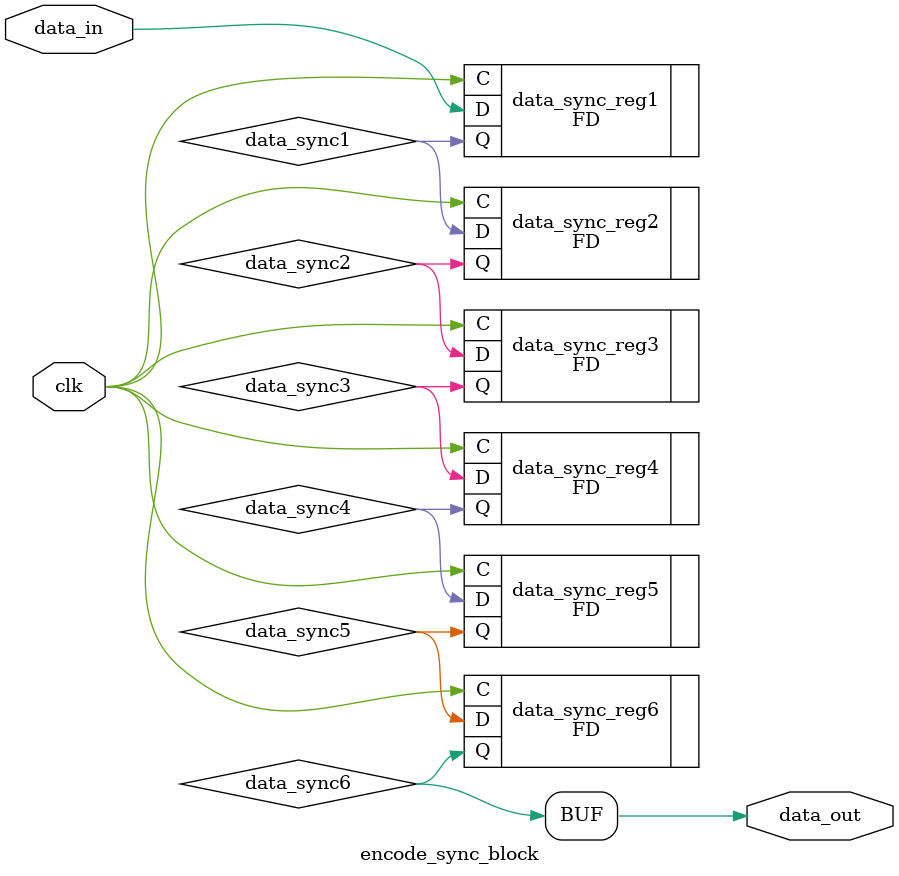
<source format=v>




`timescale 1ps / 1ps

//(* dont_touch = "yes" *)
module encode_sync_block #(
  parameter INITIALISE = 6'b000000
)
(
  input        clk,              // clock to be sync'ed to
  input        data_in,          // Data to be 'synced'
  output       data_out          // synced data
);

  // Internal Signals
  wire data_sync1;
  wire data_sync2;
  wire data_sync3;
  wire data_sync4;
  wire data_sync5;
  wire data_sync6;


  (* shreg_extract = "no", ASYNC_REG = "TRUE" *)
  FD #(
    .INIT (INITIALISE[0])
  ) data_sync_reg1 (
    .C  (clk),
    .D  (data_in),
    .Q  (data_sync1)
  );


  (* shreg_extract = "no", ASYNC_REG = "TRUE" *)
  FD #(
   .INIT (INITIALISE[1])
  ) data_sync_reg2 (
  .C  (clk),
  .D  (data_sync1),
  .Q  (data_sync2)
  );


  (* shreg_extract = "no", ASYNC_REG = "TRUE" *)
  FD #(
   .INIT (INITIALISE[2])
  ) data_sync_reg3 (
  .C  (clk),
  .D  (data_sync2),
  .Q  (data_sync3)
  );

  (* shreg_extract = "no", ASYNC_REG = "TRUE" *)
  FD #(
   .INIT (INITIALISE[3])
  ) data_sync_reg4 (
  .C  (clk),
  .D  (data_sync3),
  .Q  (data_sync4)
  );

  (* shreg_extract = "no", ASYNC_REG = "TRUE" *)
  FD #(
   .INIT (INITIALISE[4])
  ) data_sync_reg5 (
  .C  (clk),
  .D  (data_sync4),
  .Q  (data_sync5)
  );

  (* shreg_extract = "no", ASYNC_REG = "TRUE" *)
  FD #(
   .INIT (INITIALISE[5])
  ) data_sync_reg6 (
  .C  (clk),
  .D  (data_sync5),
  .Q  (data_sync6)
  );
  assign data_out = data_sync6;



endmodule

</source>
